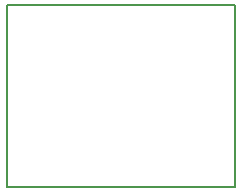
<source format=gbr>
G04 #@! TF.GenerationSoftware,KiCad,Pcbnew,(5.0.1)-4*
G04 #@! TF.CreationDate,2019-02-17T19:07:11-05:00*
G04 #@! TF.ProjectId,noname.kicad_pcb_V1_2,6E6F6E616D652E6B696361645F706362,rev?*
G04 #@! TF.SameCoordinates,Original*
G04 #@! TF.FileFunction,Profile,NP*
%FSLAX46Y46*%
G04 Gerber Fmt 4.6, Leading zero omitted, Abs format (unit mm)*
G04 Created by KiCad (PCBNEW (5.0.1)-4) date 2/17/2019 7:07:11 PM*
%MOMM*%
%LPD*%
G01*
G04 APERTURE LIST*
%ADD10C,0.200000*%
G04 APERTURE END LIST*
D10*
X98511360Y-65430400D02*
X117729000Y-65430400D01*
X98511360Y-50043080D02*
X98511360Y-65430400D01*
X117789960Y-50043080D02*
X98511360Y-50043080D01*
X117789960Y-65425320D02*
X117789960Y-50043080D01*
M02*

</source>
